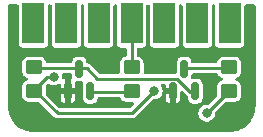
<source format=gbr>
%TF.GenerationSoftware,KiCad,Pcbnew,(6.0.11)*%
%TF.CreationDate,2023-07-03T01:03:28-07:00*%
%TF.ProjectId,sb-midi,73622d6d-6964-4692-9e6b-696361645f70,rev?*%
%TF.SameCoordinates,Original*%
%TF.FileFunction,Copper,L2,Bot*%
%TF.FilePolarity,Positive*%
%FSLAX46Y46*%
G04 Gerber Fmt 4.6, Leading zero omitted, Abs format (unit mm)*
G04 Created by KiCad (PCBNEW (6.0.11)) date 2023-07-03 01:03:28*
%MOMM*%
%LPD*%
G01*
G04 APERTURE LIST*
G04 Aperture macros list*
%AMRoundRect*
0 Rectangle with rounded corners*
0 $1 Rounding radius*
0 $2 $3 $4 $5 $6 $7 $8 $9 X,Y pos of 4 corners*
0 Add a 4 corners polygon primitive as box body*
4,1,4,$2,$3,$4,$5,$6,$7,$8,$9,$2,$3,0*
0 Add four circle primitives for the rounded corners*
1,1,$1+$1,$2,$3*
1,1,$1+$1,$4,$5*
1,1,$1+$1,$6,$7*
1,1,$1+$1,$8,$9*
0 Add four rect primitives between the rounded corners*
20,1,$1+$1,$2,$3,$4,$5,0*
20,1,$1+$1,$4,$5,$6,$7,0*
20,1,$1+$1,$6,$7,$8,$9,0*
20,1,$1+$1,$8,$9,$2,$3,0*%
G04 Aperture macros list end*
%TA.AperFunction,SMDPad,CuDef*%
%ADD10R,1.846667X3.480000*%
%TD*%
%TA.AperFunction,SMDPad,CuDef*%
%ADD11RoundRect,0.250000X-0.450000X0.350000X-0.450000X-0.350000X0.450000X-0.350000X0.450000X0.350000X0*%
%TD*%
%TA.AperFunction,SMDPad,CuDef*%
%ADD12RoundRect,0.150000X0.150000X-0.587500X0.150000X0.587500X-0.150000X0.587500X-0.150000X-0.587500X0*%
%TD*%
%TA.AperFunction,SMDPad,CuDef*%
%ADD13RoundRect,0.250000X0.450000X-0.350000X0.450000X0.350000X-0.450000X0.350000X-0.450000X-0.350000X0*%
%TD*%
%TA.AperFunction,ViaPad*%
%ADD14C,0.800000*%
%TD*%
%TA.AperFunction,Conductor*%
%ADD15C,0.250000*%
%TD*%
G04 APERTURE END LIST*
D10*
%TO.P,J1,9,P9*%
%TO.N,unconnected-(J1-Pad9)*%
X131500000Y-100330000D03*
%TO.P,J1,10,P10*%
%TO.N,unconnected-(J1-Pad10)*%
X128730000Y-100330000D03*
%TO.P,J1,11,P111*%
%TO.N,unconnected-(J1-Pad11)*%
X125960000Y-100330000D03*
%TO.P,J1,12,P12*%
%TO.N,/TX*%
X123190000Y-100330000D03*
%TO.P,J1,13,P13*%
%TO.N,unconnected-(J1-Pad13)*%
X120420000Y-100330000D03*
%TO.P,J1,14,P14*%
%TO.N,unconnected-(J1-Pad14)*%
X117650000Y-100330000D03*
%TO.P,J1,15,P15*%
%TO.N,unconnected-(J1-Pad15)*%
X114880000Y-100330000D03*
%TD*%
D11*
%TO.P,R3,1*%
%TO.N,/~{TX}*%
X114935000Y-104052500D03*
%TO.P,R3,2*%
%TO.N,+5V*%
X114935000Y-106052500D03*
%TD*%
D12*
%TO.P,Q2,1,B*%
%TO.N,/~{TX}*%
X128585000Y-106077500D03*
%TO.P,Q2,2,E*%
%TO.N,GND*%
X126685000Y-106077500D03*
%TO.P,Q2,3,C*%
%TO.N,/Out'*%
X127635000Y-104202500D03*
%TD*%
%TO.P,Q1,1,B*%
%TO.N,/TX'*%
X119695000Y-106077500D03*
%TO.P,Q1,2,E*%
%TO.N,GND*%
X117795000Y-106077500D03*
%TO.P,Q1,3,C*%
%TO.N,/~{TX}*%
X118745000Y-104202500D03*
%TD*%
D13*
%TO.P,R4,1*%
%TO.N,/Out-*%
X131445000Y-106052500D03*
%TO.P,R4,2*%
%TO.N,/Out'*%
X131445000Y-104052500D03*
%TD*%
%TO.P,R2,1*%
%TO.N,/TX'*%
X123190000Y-106052500D03*
%TO.P,R2,2*%
%TO.N,/TX*%
X123190000Y-104052500D03*
%TD*%
D14*
%TO.N,GND*%
X121285000Y-102870000D03*
X125095000Y-102870000D03*
X121285000Y-107035600D03*
X116586000Y-106172000D03*
X125095000Y-107950000D03*
X129921000Y-105054400D03*
%TO.N,+5V*%
X116586000Y-104876600D03*
X125095000Y-106045000D03*
%TO.N,/Out-*%
X129540000Y-107950000D03*
%TD*%
D15*
%TO.N,+5V*%
X123190000Y-107950000D02*
X116920000Y-107950000D01*
X116920000Y-107950000D02*
X114935000Y-105965000D01*
X116023400Y-104876600D02*
X116586000Y-104876600D01*
X114935000Y-105965000D02*
X116023400Y-104876600D01*
X125095000Y-106045000D02*
X123190000Y-107950000D01*
%TO.N,/Out-*%
X129547500Y-107950000D02*
X131445000Y-106052500D01*
X129540000Y-107950000D02*
X129547500Y-107950000D01*
%TO.N,/TX*%
X123190000Y-100330000D02*
X123190000Y-104220000D01*
%TO.N,/~{TX}*%
X119380000Y-104140000D02*
X120255000Y-105015000D01*
X128156751Y-106140000D02*
X128585000Y-106140000D01*
X114935000Y-104140000D02*
X119380000Y-104140000D01*
X127031751Y-105015000D02*
X128156751Y-106140000D01*
X120255000Y-105015000D02*
X127031751Y-105015000D01*
%TO.N,/TX'*%
X119695000Y-106140000D02*
X123095000Y-106140000D01*
X123095000Y-106140000D02*
X123190000Y-106045000D01*
%TO.N,/Out'*%
X127635000Y-104140000D02*
X131445000Y-104140000D01*
%TD*%
%TA.AperFunction,Conductor*%
%TO.N,GND*%
G36*
X113593488Y-98750302D02*
G01*
X113639981Y-98803958D01*
X113651367Y-98856300D01*
X113651367Y-102115358D01*
X113652663Y-102126252D01*
X113653352Y-102132040D01*
X113654534Y-102141978D01*
X113700703Y-102245919D01*
X113740853Y-102285998D01*
X113772962Y-102318052D01*
X113772964Y-102318053D01*
X113781195Y-102326270D01*
X113885216Y-102372258D01*
X113911309Y-102375300D01*
X115848691Y-102375300D01*
X115859585Y-102374004D01*
X115865926Y-102373250D01*
X115865929Y-102373249D01*
X115875311Y-102372133D01*
X115979252Y-102325964D01*
X116019331Y-102285814D01*
X116051385Y-102253705D01*
X116051386Y-102253703D01*
X116059603Y-102245472D01*
X116105591Y-102141451D01*
X116108633Y-102115358D01*
X116108633Y-98856300D01*
X116128635Y-98788179D01*
X116182291Y-98741686D01*
X116234633Y-98730300D01*
X116295367Y-98730300D01*
X116363488Y-98750302D01*
X116409981Y-98803958D01*
X116421367Y-98856300D01*
X116421367Y-102115358D01*
X116422663Y-102126252D01*
X116423352Y-102132040D01*
X116424534Y-102141978D01*
X116470703Y-102245919D01*
X116510853Y-102285998D01*
X116542962Y-102318052D01*
X116542964Y-102318053D01*
X116551195Y-102326270D01*
X116655216Y-102372258D01*
X116681309Y-102375300D01*
X118618691Y-102375300D01*
X118629585Y-102374004D01*
X118635926Y-102373250D01*
X118635929Y-102373249D01*
X118645311Y-102372133D01*
X118749252Y-102325964D01*
X118789331Y-102285814D01*
X118821385Y-102253705D01*
X118821386Y-102253703D01*
X118829603Y-102245472D01*
X118875591Y-102141451D01*
X118878633Y-102115358D01*
X118878633Y-98856300D01*
X118898635Y-98788179D01*
X118952291Y-98741686D01*
X119004633Y-98730300D01*
X119065367Y-98730300D01*
X119133488Y-98750302D01*
X119179981Y-98803958D01*
X119191367Y-98856300D01*
X119191367Y-102115358D01*
X119192663Y-102126252D01*
X119193352Y-102132040D01*
X119194534Y-102141978D01*
X119240703Y-102245919D01*
X119280853Y-102285998D01*
X119312962Y-102318052D01*
X119312964Y-102318053D01*
X119321195Y-102326270D01*
X119425216Y-102372258D01*
X119451309Y-102375300D01*
X121388691Y-102375300D01*
X121399585Y-102374004D01*
X121405926Y-102373250D01*
X121405929Y-102373249D01*
X121415311Y-102372133D01*
X121519252Y-102325964D01*
X121559331Y-102285814D01*
X121591385Y-102253705D01*
X121591386Y-102253703D01*
X121599603Y-102245472D01*
X121645591Y-102141451D01*
X121648633Y-102115358D01*
X121648633Y-98856300D01*
X121668635Y-98788179D01*
X121722291Y-98741686D01*
X121774633Y-98730300D01*
X121835367Y-98730300D01*
X121903488Y-98750302D01*
X121949981Y-98803958D01*
X121961367Y-98856300D01*
X121961367Y-102115358D01*
X121962663Y-102126252D01*
X121963352Y-102132040D01*
X121964534Y-102141978D01*
X122010703Y-102245919D01*
X122050853Y-102285998D01*
X122082962Y-102318052D01*
X122082964Y-102318053D01*
X122091195Y-102326270D01*
X122195216Y-102372258D01*
X122221309Y-102375300D01*
X122633700Y-102375300D01*
X122701821Y-102395302D01*
X122748314Y-102448958D01*
X122759700Y-102501300D01*
X122759700Y-103027924D01*
X122739698Y-103096045D01*
X122686042Y-103142538D01*
X122648839Y-103153011D01*
X122606297Y-103158159D01*
X122598769Y-103161139D01*
X122598767Y-103161140D01*
X122525936Y-103189976D01*
X122464838Y-103214166D01*
X122343652Y-103306152D01*
X122251666Y-103427338D01*
X122248502Y-103435330D01*
X122200074Y-103557647D01*
X122195659Y-103568797D01*
X122184700Y-103659356D01*
X122184700Y-104445644D01*
X122185156Y-104449409D01*
X122185259Y-104451119D01*
X122169392Y-104520319D01*
X122118631Y-104569957D01*
X122059487Y-104584700D01*
X120485426Y-104584700D01*
X120417305Y-104564698D01*
X120396331Y-104547795D01*
X119707617Y-103859081D01*
X119697762Y-103847992D01*
X119683719Y-103830179D01*
X119677888Y-103822782D01*
X119631803Y-103790930D01*
X119628630Y-103788662D01*
X119591203Y-103761018D01*
X119583624Y-103755420D01*
X119577117Y-103753135D01*
X119571444Y-103749214D01*
X119518100Y-103732344D01*
X119514343Y-103731090D01*
X119470433Y-103715670D01*
X119470429Y-103715669D01*
X119461541Y-103712548D01*
X119454648Y-103712277D01*
X119449862Y-103710764D01*
X119448051Y-103710190D01*
X119448189Y-103709754D01*
X119389164Y-103679173D01*
X119353791Y-103617616D01*
X119350299Y-103588159D01*
X119350299Y-103560596D01*
X119347287Y-103528722D01*
X119301924Y-103399545D01*
X119296332Y-103391975D01*
X119296331Y-103391972D01*
X119226174Y-103296989D01*
X119220582Y-103289418D01*
X119125738Y-103219364D01*
X119118028Y-103213669D01*
X119118025Y-103213668D01*
X119110455Y-103208076D01*
X118981278Y-103162713D01*
X118973632Y-103161990D01*
X118973631Y-103161990D01*
X118967909Y-103161449D01*
X118949405Y-103159700D01*
X118745104Y-103159700D01*
X118540596Y-103159701D01*
X118537646Y-103159980D01*
X118537641Y-103159980D01*
X118527054Y-103160981D01*
X118508722Y-103162713D01*
X118501481Y-103165256D01*
X118501480Y-103165256D01*
X118470059Y-103176290D01*
X118379545Y-103208076D01*
X118371975Y-103213668D01*
X118371972Y-103213669D01*
X118364262Y-103219364D01*
X118269418Y-103289418D01*
X118263826Y-103296989D01*
X118193669Y-103391972D01*
X118193668Y-103391975D01*
X118188076Y-103399545D01*
X118142713Y-103528722D01*
X118139700Y-103560595D01*
X118139700Y-103583700D01*
X118119698Y-103651821D01*
X118066042Y-103698314D01*
X118013700Y-103709700D01*
X116058063Y-103709700D01*
X115989942Y-103689698D01*
X115943449Y-103636042D01*
X115932977Y-103598843D01*
X115929341Y-103568797D01*
X115924927Y-103557647D01*
X115876498Y-103435330D01*
X115873334Y-103427338D01*
X115781348Y-103306152D01*
X115660162Y-103214166D01*
X115599064Y-103189976D01*
X115526233Y-103161140D01*
X115526231Y-103161139D01*
X115518703Y-103158159D01*
X115428144Y-103147200D01*
X114441856Y-103147200D01*
X114351297Y-103158159D01*
X114343769Y-103161139D01*
X114343767Y-103161140D01*
X114270936Y-103189976D01*
X114209838Y-103214166D01*
X114088652Y-103306152D01*
X113996666Y-103427338D01*
X113993502Y-103435330D01*
X113945074Y-103557647D01*
X113940659Y-103568797D01*
X113929700Y-103659356D01*
X113929700Y-104445644D01*
X113940659Y-104536203D01*
X113943639Y-104543731D01*
X113943640Y-104543733D01*
X113951941Y-104564698D01*
X113996666Y-104677662D01*
X114088652Y-104798848D01*
X114209838Y-104890834D01*
X114322269Y-104935348D01*
X114378243Y-104979022D01*
X114401720Y-105046025D01*
X114385245Y-105115084D01*
X114334049Y-105164272D01*
X114322271Y-105169651D01*
X114209838Y-105214166D01*
X114088652Y-105306152D01*
X113996666Y-105427338D01*
X113940659Y-105568797D01*
X113929700Y-105659356D01*
X113929700Y-106445644D01*
X113940659Y-106536203D01*
X113996666Y-106677662D01*
X114001864Y-106684510D01*
X114057974Y-106758431D01*
X114088652Y-106798848D01*
X114209838Y-106890834D01*
X114270936Y-106915024D01*
X114343767Y-106943860D01*
X114343769Y-106943861D01*
X114351297Y-106946841D01*
X114441856Y-106957800D01*
X115267074Y-106957800D01*
X115335195Y-106977802D01*
X115356169Y-106994705D01*
X116592383Y-108230919D01*
X116602238Y-108242008D01*
X116622112Y-108267218D01*
X116668197Y-108299070D01*
X116671365Y-108301334D01*
X116716376Y-108334580D01*
X116722883Y-108336865D01*
X116728556Y-108340786D01*
X116746830Y-108346565D01*
X116781900Y-108357656D01*
X116785657Y-108358910D01*
X116829567Y-108374330D01*
X116829571Y-108374331D01*
X116838459Y-108377452D01*
X116845352Y-108377723D01*
X116851926Y-108379802D01*
X116858253Y-108380300D01*
X116908467Y-108380300D01*
X116913414Y-108380397D01*
X116967752Y-108382532D01*
X116974605Y-108380715D01*
X116982145Y-108380300D01*
X123156982Y-108380300D01*
X123171790Y-108381173D01*
X123203668Y-108384946D01*
X123212932Y-108383254D01*
X123212933Y-108383254D01*
X123258733Y-108374889D01*
X123262639Y-108374239D01*
X123308644Y-108367323D01*
X123308645Y-108367323D01*
X123317955Y-108365923D01*
X123324171Y-108362938D01*
X123330956Y-108361699D01*
X123380622Y-108335899D01*
X123384162Y-108334130D01*
X123426104Y-108313990D01*
X123426105Y-108313989D01*
X123434596Y-108309912D01*
X123439662Y-108305229D01*
X123445780Y-108302051D01*
X123450606Y-108297930D01*
X123486108Y-108262428D01*
X123489675Y-108258998D01*
X123492676Y-108256224D01*
X123529612Y-108222081D01*
X123533175Y-108215948D01*
X123538213Y-108210323D01*
X124961886Y-106786650D01*
X125024198Y-106752624D01*
X125052960Y-106749761D01*
X125055298Y-106749798D01*
X125161666Y-106751469D01*
X125161669Y-106751469D01*
X125169265Y-106751588D01*
X125176669Y-106749892D01*
X125176671Y-106749892D01*
X125238992Y-106735619D01*
X125322996Y-106716379D01*
X126080200Y-106716379D01*
X126080479Y-106722290D01*
X126082487Y-106743537D01*
X126085755Y-106758431D01*
X126125403Y-106871333D01*
X126134117Y-106887792D01*
X126204183Y-106982654D01*
X126217346Y-106995817D01*
X126312209Y-107065883D01*
X126328665Y-107074596D01*
X126413908Y-107104532D01*
X126427990Y-107105266D01*
X126431000Y-107099492D01*
X126431000Y-106349615D01*
X126426525Y-106334376D01*
X126425135Y-106333171D01*
X126417452Y-106331500D01*
X126098315Y-106331500D01*
X126083076Y-106335975D01*
X126081871Y-106337365D01*
X126080200Y-106345048D01*
X126080200Y-106716379D01*
X125322996Y-106716379D01*
X125335667Y-106713477D01*
X125488174Y-106636774D01*
X125493945Y-106631845D01*
X125493948Y-106631843D01*
X125612210Y-106530837D01*
X125612211Y-106530836D01*
X125617982Y-106525907D01*
X125717598Y-106387276D01*
X125740020Y-106331500D01*
X125778436Y-106235939D01*
X125778437Y-106235937D01*
X125781271Y-106228886D01*
X125794486Y-106136033D01*
X125804743Y-106063962D01*
X125804743Y-106063961D01*
X125805324Y-106059879D01*
X125805480Y-106045000D01*
X125784971Y-105875527D01*
X125756278Y-105799592D01*
X125727315Y-105722942D01*
X125727314Y-105722940D01*
X125724630Y-105715837D01*
X125683224Y-105655591D01*
X125674342Y-105642667D01*
X125652242Y-105575197D01*
X125670128Y-105506491D01*
X125722320Y-105458360D01*
X125778182Y-105445300D01*
X125954200Y-105445300D01*
X126022321Y-105465302D01*
X126068814Y-105518958D01*
X126080200Y-105571300D01*
X126080200Y-105805385D01*
X126084675Y-105820624D01*
X126086065Y-105821829D01*
X126093748Y-105823500D01*
X126813000Y-105823500D01*
X126881121Y-105843502D01*
X126927614Y-105897158D01*
X126939000Y-105949500D01*
X126939000Y-107092419D01*
X126942973Y-107105950D01*
X126949416Y-107106876D01*
X127041335Y-107074596D01*
X127057791Y-107065883D01*
X127152654Y-106995817D01*
X127165817Y-106982654D01*
X127235883Y-106887792D01*
X127244597Y-106871333D01*
X127284245Y-106758431D01*
X127287513Y-106743537D01*
X127289521Y-106722290D01*
X127289800Y-106716379D01*
X127289800Y-106185775D01*
X127309802Y-106117654D01*
X127363458Y-106071161D01*
X127433732Y-106061057D01*
X127498312Y-106090551D01*
X127504895Y-106096680D01*
X127829134Y-106420919D01*
X127838989Y-106432008D01*
X127858863Y-106457218D01*
X127904948Y-106489070D01*
X127908098Y-106491321D01*
X127928562Y-106506436D01*
X127971472Y-106562998D01*
X127979701Y-106607786D01*
X127979701Y-106719404D01*
X127982713Y-106751278D01*
X128028076Y-106880455D01*
X128033668Y-106888025D01*
X128033669Y-106888028D01*
X128087331Y-106960679D01*
X128109418Y-106990582D01*
X128116989Y-106996174D01*
X128211972Y-107066331D01*
X128211975Y-107066332D01*
X128219545Y-107071924D01*
X128348722Y-107117287D01*
X128356368Y-107118010D01*
X128356369Y-107118010D01*
X128362091Y-107118551D01*
X128380595Y-107120300D01*
X128584896Y-107120300D01*
X128789404Y-107120299D01*
X128792354Y-107120020D01*
X128792359Y-107120020D01*
X128802946Y-107119019D01*
X128821278Y-107117287D01*
X128828526Y-107114742D01*
X128865573Y-107101732D01*
X128950455Y-107071924D01*
X128958025Y-107066332D01*
X128958028Y-107066331D01*
X129053011Y-106996174D01*
X129060582Y-106990582D01*
X129082669Y-106960679D01*
X129136331Y-106888028D01*
X129136332Y-106888025D01*
X129141924Y-106880455D01*
X129187287Y-106751278D01*
X129190300Y-106719405D01*
X129190299Y-105435596D01*
X129187287Y-105403722D01*
X129141924Y-105274545D01*
X129136332Y-105266975D01*
X129136331Y-105266972D01*
X129066174Y-105171989D01*
X129060582Y-105164418D01*
X129008539Y-105125978D01*
X128958028Y-105088669D01*
X128958025Y-105088668D01*
X128950455Y-105083076D01*
X128821278Y-105037713D01*
X128813632Y-105036990D01*
X128813631Y-105036990D01*
X128807909Y-105036449D01*
X128789405Y-105034700D01*
X128585104Y-105034700D01*
X128380596Y-105034701D01*
X128369724Y-105035728D01*
X128300026Y-105022227D01*
X128248689Y-104973185D01*
X128232016Y-104904174D01*
X128234776Y-104883428D01*
X128237287Y-104876278D01*
X128240300Y-104844405D01*
X128240300Y-104696300D01*
X128260302Y-104628179D01*
X128313958Y-104581686D01*
X128366300Y-104570300D01*
X130378529Y-104570300D01*
X130446650Y-104590302D01*
X130495681Y-104649915D01*
X130506666Y-104677662D01*
X130598652Y-104798848D01*
X130719838Y-104890834D01*
X130832269Y-104935348D01*
X130888243Y-104979022D01*
X130911720Y-105046025D01*
X130895245Y-105115084D01*
X130844049Y-105164272D01*
X130832271Y-105169651D01*
X130719838Y-105214166D01*
X130598652Y-105306152D01*
X130506666Y-105427338D01*
X130450659Y-105568797D01*
X130439700Y-105659356D01*
X130439700Y-106397074D01*
X130419698Y-106465195D01*
X130402795Y-106486169D01*
X129680943Y-107208021D01*
X129618631Y-107242047D01*
X129591189Y-107244924D01*
X129458339Y-107244229D01*
X129450960Y-107246001D01*
X129450956Y-107246001D01*
X129299726Y-107282308D01*
X129299722Y-107282309D01*
X129292347Y-107284080D01*
X129140651Y-107362376D01*
X129012010Y-107474596D01*
X128913852Y-107614262D01*
X128911093Y-107621337D01*
X128911092Y-107621340D01*
X128906128Y-107634074D01*
X128851841Y-107773311D01*
X128850849Y-107780844D01*
X128850849Y-107780845D01*
X128831657Y-107926627D01*
X128829559Y-107942560D01*
X128830393Y-107950110D01*
X128846959Y-108100162D01*
X128848292Y-108112239D01*
X128850901Y-108119370D01*
X128850902Y-108119372D01*
X128891723Y-108230919D01*
X128906958Y-108272551D01*
X129002170Y-108414242D01*
X129007782Y-108419349D01*
X129007785Y-108419352D01*
X129122811Y-108524018D01*
X129122815Y-108524021D01*
X129128432Y-108529132D01*
X129135109Y-108532757D01*
X129135110Y-108532758D01*
X129158000Y-108545186D01*
X129278455Y-108610588D01*
X129443577Y-108653907D01*
X129530592Y-108655274D01*
X129606666Y-108656469D01*
X129606669Y-108656469D01*
X129614265Y-108656588D01*
X129621669Y-108654892D01*
X129621671Y-108654892D01*
X129683992Y-108640619D01*
X129780667Y-108618477D01*
X129933174Y-108541774D01*
X129938945Y-108536845D01*
X129938948Y-108536843D01*
X130057210Y-108435837D01*
X130057211Y-108435836D01*
X130062982Y-108430907D01*
X130162598Y-108292276D01*
X130167993Y-108278855D01*
X130223436Y-108140939D01*
X130223437Y-108140937D01*
X130226271Y-108133886D01*
X130250324Y-107964879D01*
X130250480Y-107950000D01*
X130247651Y-107926625D01*
X130259323Y-107856596D01*
X130283643Y-107822393D01*
X131111331Y-106994705D01*
X131173643Y-106960679D01*
X131200426Y-106957800D01*
X131938144Y-106957800D01*
X132028703Y-106946841D01*
X132036231Y-106943861D01*
X132036233Y-106943860D01*
X132109064Y-106915024D01*
X132170162Y-106890834D01*
X132291348Y-106798848D01*
X132322027Y-106758431D01*
X132378136Y-106684510D01*
X132383334Y-106677662D01*
X132439341Y-106536203D01*
X132450300Y-106445644D01*
X132450300Y-105659356D01*
X132439341Y-105568797D01*
X132383334Y-105427338D01*
X132291348Y-105306152D01*
X132170162Y-105214166D01*
X132057731Y-105169652D01*
X132001757Y-105125978D01*
X131978280Y-105058975D01*
X131994755Y-104989916D01*
X132045951Y-104940728D01*
X132057731Y-104935348D01*
X132170162Y-104890834D01*
X132291348Y-104798848D01*
X132383334Y-104677662D01*
X132428059Y-104564698D01*
X132436360Y-104543733D01*
X132436361Y-104543731D01*
X132439341Y-104536203D01*
X132450300Y-104445644D01*
X132450300Y-103659356D01*
X132439341Y-103568797D01*
X132434927Y-103557647D01*
X132386498Y-103435330D01*
X132383334Y-103427338D01*
X132291348Y-103306152D01*
X132170162Y-103214166D01*
X132109064Y-103189976D01*
X132036233Y-103161140D01*
X132036231Y-103161139D01*
X132028703Y-103158159D01*
X131938144Y-103147200D01*
X130951856Y-103147200D01*
X130861297Y-103158159D01*
X130853769Y-103161139D01*
X130853767Y-103161140D01*
X130780936Y-103189976D01*
X130719838Y-103214166D01*
X130598652Y-103306152D01*
X130506666Y-103427338D01*
X130503502Y-103435330D01*
X130455074Y-103557647D01*
X130450659Y-103568797D01*
X130447023Y-103598840D01*
X130418984Y-103664061D01*
X130360132Y-103703771D01*
X130321937Y-103709700D01*
X128366299Y-103709700D01*
X128298178Y-103689698D01*
X128251685Y-103636042D01*
X128240299Y-103583700D01*
X128240299Y-103560596D01*
X128237287Y-103528722D01*
X128191924Y-103399545D01*
X128186332Y-103391975D01*
X128186331Y-103391972D01*
X128116174Y-103296989D01*
X128110582Y-103289418D01*
X128015738Y-103219364D01*
X128008028Y-103213669D01*
X128008025Y-103213668D01*
X128000455Y-103208076D01*
X127871278Y-103162713D01*
X127863632Y-103161990D01*
X127863631Y-103161990D01*
X127857909Y-103161449D01*
X127839405Y-103159700D01*
X127635104Y-103159700D01*
X127430596Y-103159701D01*
X127427646Y-103159980D01*
X127427641Y-103159980D01*
X127417054Y-103160981D01*
X127398722Y-103162713D01*
X127391481Y-103165256D01*
X127391480Y-103165256D01*
X127360059Y-103176290D01*
X127269545Y-103208076D01*
X127261975Y-103213668D01*
X127261972Y-103213669D01*
X127254262Y-103219364D01*
X127159418Y-103289418D01*
X127153826Y-103296989D01*
X127083669Y-103391972D01*
X127083668Y-103391975D01*
X127078076Y-103399545D01*
X127032713Y-103528722D01*
X127029700Y-103560595D01*
X127029700Y-103563558D01*
X127029701Y-104458700D01*
X127009699Y-104526821D01*
X126956043Y-104573314D01*
X126903701Y-104584700D01*
X124320513Y-104584700D01*
X124252392Y-104564698D01*
X124205899Y-104511042D01*
X124194741Y-104451119D01*
X124194844Y-104449409D01*
X124195300Y-104445644D01*
X124195300Y-103659356D01*
X124184341Y-103568797D01*
X124179927Y-103557647D01*
X124131498Y-103435330D01*
X124128334Y-103427338D01*
X124036348Y-103306152D01*
X123915162Y-103214166D01*
X123854064Y-103189976D01*
X123781233Y-103161140D01*
X123781231Y-103161139D01*
X123773703Y-103158159D01*
X123731162Y-103153011D01*
X123665938Y-103124970D01*
X123626228Y-103066118D01*
X123620300Y-103027924D01*
X123620300Y-102501300D01*
X123640302Y-102433179D01*
X123693958Y-102386686D01*
X123746300Y-102375300D01*
X124158691Y-102375300D01*
X124169585Y-102374004D01*
X124175926Y-102373250D01*
X124175929Y-102373249D01*
X124185311Y-102372133D01*
X124289252Y-102325964D01*
X124329331Y-102285814D01*
X124361385Y-102253705D01*
X124361386Y-102253703D01*
X124369603Y-102245472D01*
X124415591Y-102141451D01*
X124418633Y-102115358D01*
X124418633Y-98856300D01*
X124438635Y-98788179D01*
X124492291Y-98741686D01*
X124544633Y-98730300D01*
X124605367Y-98730300D01*
X124673488Y-98750302D01*
X124719981Y-98803958D01*
X124731367Y-98856300D01*
X124731367Y-102115358D01*
X124732663Y-102126252D01*
X124733352Y-102132040D01*
X124734534Y-102141978D01*
X124780703Y-102245919D01*
X124820853Y-102285998D01*
X124852962Y-102318052D01*
X124852964Y-102318053D01*
X124861195Y-102326270D01*
X124965216Y-102372258D01*
X124991309Y-102375300D01*
X126928691Y-102375300D01*
X126939585Y-102374004D01*
X126945926Y-102373250D01*
X126945929Y-102373249D01*
X126955311Y-102372133D01*
X127059252Y-102325964D01*
X127099331Y-102285814D01*
X127131385Y-102253705D01*
X127131386Y-102253703D01*
X127139603Y-102245472D01*
X127185591Y-102141451D01*
X127188633Y-102115358D01*
X127188633Y-98856300D01*
X127208635Y-98788179D01*
X127262291Y-98741686D01*
X127314633Y-98730300D01*
X127375367Y-98730300D01*
X127443488Y-98750302D01*
X127489981Y-98803958D01*
X127501367Y-98856300D01*
X127501367Y-102115358D01*
X127502663Y-102126252D01*
X127503352Y-102132040D01*
X127504534Y-102141978D01*
X127550703Y-102245919D01*
X127590853Y-102285998D01*
X127622962Y-102318052D01*
X127622964Y-102318053D01*
X127631195Y-102326270D01*
X127735216Y-102372258D01*
X127761309Y-102375300D01*
X129698691Y-102375300D01*
X129709585Y-102374004D01*
X129715926Y-102373250D01*
X129715929Y-102373249D01*
X129725311Y-102372133D01*
X129829252Y-102325964D01*
X129869331Y-102285814D01*
X129901385Y-102253705D01*
X129901386Y-102253703D01*
X129909603Y-102245472D01*
X129955591Y-102141451D01*
X129958633Y-102115358D01*
X129958633Y-98856300D01*
X129978635Y-98788179D01*
X130032291Y-98741686D01*
X130084633Y-98730300D01*
X130145367Y-98730300D01*
X130213488Y-98750302D01*
X130259981Y-98803958D01*
X130271367Y-98856300D01*
X130271367Y-102115358D01*
X130272663Y-102126252D01*
X130273352Y-102132040D01*
X130274534Y-102141978D01*
X130320703Y-102245919D01*
X130360853Y-102285998D01*
X130392962Y-102318052D01*
X130392964Y-102318053D01*
X130401195Y-102326270D01*
X130505216Y-102372258D01*
X130531309Y-102375300D01*
X132468691Y-102375300D01*
X132479585Y-102374004D01*
X132485926Y-102373250D01*
X132485929Y-102373249D01*
X132495311Y-102372133D01*
X132599252Y-102325964D01*
X132639331Y-102285814D01*
X132671385Y-102253705D01*
X132671386Y-102253703D01*
X132679603Y-102245472D01*
X132725591Y-102141451D01*
X132728633Y-102115358D01*
X132728633Y-98856300D01*
X132748635Y-98788179D01*
X132802291Y-98741686D01*
X132854633Y-98730300D01*
X133553700Y-98730300D01*
X133621821Y-98750302D01*
X133668314Y-98803958D01*
X133679700Y-98856300D01*
X133679700Y-107277264D01*
X133677786Y-107299142D01*
X133674990Y-107315000D01*
X133676904Y-107325855D01*
X133676904Y-107336880D01*
X133676865Y-107336880D01*
X133677599Y-107349734D01*
X133663867Y-107576755D01*
X133662033Y-107591859D01*
X133616138Y-107842301D01*
X133612497Y-107857074D01*
X133585859Y-107942560D01*
X133536748Y-108100162D01*
X133531354Y-108114385D01*
X133430956Y-108337460D01*
X133426858Y-108346565D01*
X133419788Y-108360037D01*
X133304059Y-108551475D01*
X133288066Y-108577930D01*
X133279424Y-108590451D01*
X133260140Y-108615065D01*
X133122393Y-108790886D01*
X133112303Y-108802274D01*
X132932274Y-108982303D01*
X132920886Y-108992393D01*
X132720452Y-109149423D01*
X132707930Y-109158066D01*
X132490038Y-109289787D01*
X132476567Y-109296857D01*
X132244385Y-109401354D01*
X132230167Y-109406746D01*
X131998720Y-109478868D01*
X131987074Y-109482497D01*
X131972301Y-109486138D01*
X131721859Y-109532033D01*
X131706755Y-109533867D01*
X131479734Y-109547599D01*
X131466880Y-109546865D01*
X131466880Y-109546904D01*
X131455855Y-109546904D01*
X131445000Y-109544990D01*
X131429142Y-109547786D01*
X131407264Y-109549700D01*
X114972736Y-109549700D01*
X114950858Y-109547786D01*
X114935000Y-109544990D01*
X114924145Y-109546904D01*
X114913120Y-109546904D01*
X114913120Y-109546865D01*
X114900266Y-109547599D01*
X114673245Y-109533867D01*
X114658141Y-109532033D01*
X114407699Y-109486138D01*
X114392926Y-109482497D01*
X114381280Y-109478868D01*
X114149833Y-109406746D01*
X114135615Y-109401354D01*
X113903433Y-109296857D01*
X113889962Y-109289787D01*
X113672070Y-109158066D01*
X113659548Y-109149423D01*
X113459114Y-108992393D01*
X113447726Y-108982303D01*
X113267697Y-108802274D01*
X113257607Y-108790886D01*
X113119860Y-108615065D01*
X113100576Y-108590451D01*
X113091934Y-108577930D01*
X113075941Y-108551475D01*
X112960212Y-108360037D01*
X112953142Y-108346565D01*
X112949044Y-108337460D01*
X112848646Y-108114385D01*
X112843252Y-108100162D01*
X112794142Y-107942560D01*
X112767503Y-107857074D01*
X112763862Y-107842301D01*
X112717967Y-107591859D01*
X112716133Y-107576755D01*
X112702401Y-107349734D01*
X112703135Y-107336880D01*
X112703096Y-107336880D01*
X112703096Y-107325855D01*
X112705010Y-107315000D01*
X112702214Y-107299142D01*
X112700300Y-107277264D01*
X112700300Y-98856300D01*
X112720302Y-98788179D01*
X112773958Y-98741686D01*
X112826300Y-98730300D01*
X113525367Y-98730300D01*
X113593488Y-98750302D01*
G37*
%TD.AperFunction*%
%TA.AperFunction,Conductor*%
G36*
X118081822Y-104590302D02*
G01*
X118128315Y-104643958D01*
X118139701Y-104696300D01*
X118139701Y-104844404D01*
X118142713Y-104876278D01*
X118145256Y-104883520D01*
X118146903Y-104891027D01*
X118144745Y-104891500D01*
X118147867Y-104951318D01*
X118112648Y-105012964D01*
X118081240Y-105029337D01*
X118082355Y-105031288D01*
X118052833Y-105048155D01*
X118049000Y-105055508D01*
X118049000Y-105805385D01*
X118053475Y-105820624D01*
X118054865Y-105821829D01*
X118062548Y-105823500D01*
X118381685Y-105823500D01*
X118396924Y-105819025D01*
X118398129Y-105817635D01*
X118399800Y-105809952D01*
X118399800Y-105438621D01*
X118399521Y-105432710D01*
X118397512Y-105411458D01*
X118394267Y-105396665D01*
X118399207Y-105325840D01*
X118441653Y-105268929D01*
X118508129Y-105244001D01*
X118529194Y-105244223D01*
X118537637Y-105245021D01*
X118537650Y-105245022D01*
X118540595Y-105245300D01*
X118744896Y-105245300D01*
X118949404Y-105245299D01*
X118960276Y-105244272D01*
X119029974Y-105257773D01*
X119081311Y-105306815D01*
X119097984Y-105375826D01*
X119095224Y-105396572D01*
X119092713Y-105403722D01*
X119089700Y-105435595D01*
X119089701Y-106719404D01*
X119092713Y-106751278D01*
X119138076Y-106880455D01*
X119143668Y-106888025D01*
X119143669Y-106888028D01*
X119197331Y-106960679D01*
X119219418Y-106990582D01*
X119226989Y-106996174D01*
X119321972Y-107066331D01*
X119321975Y-107066332D01*
X119329545Y-107071924D01*
X119458722Y-107117287D01*
X119466368Y-107118010D01*
X119466369Y-107118010D01*
X119472091Y-107118551D01*
X119490595Y-107120300D01*
X119694896Y-107120300D01*
X119899404Y-107120299D01*
X119902354Y-107120020D01*
X119902359Y-107120020D01*
X119912946Y-107119019D01*
X119931278Y-107117287D01*
X119938526Y-107114742D01*
X119975573Y-107101732D01*
X120060455Y-107071924D01*
X120068025Y-107066332D01*
X120068028Y-107066331D01*
X120163011Y-106996174D01*
X120170582Y-106990582D01*
X120192669Y-106960679D01*
X120246331Y-106888028D01*
X120246332Y-106888025D01*
X120251924Y-106880455D01*
X120297287Y-106751278D01*
X120300300Y-106719405D01*
X120300300Y-106696300D01*
X120320302Y-106628179D01*
X120373958Y-106581686D01*
X120426300Y-106570300D01*
X122123529Y-106570300D01*
X122191650Y-106590302D01*
X122240681Y-106649915D01*
X122251666Y-106677662D01*
X122256864Y-106684510D01*
X122312974Y-106758431D01*
X122343652Y-106798848D01*
X122464838Y-106890834D01*
X122525936Y-106915024D01*
X122598767Y-106943860D01*
X122598769Y-106943861D01*
X122606297Y-106946841D01*
X122696856Y-106957800D01*
X123269474Y-106957800D01*
X123337595Y-106977802D01*
X123384088Y-107031458D01*
X123394192Y-107101732D01*
X123364698Y-107166312D01*
X123358569Y-107172895D01*
X123048669Y-107482795D01*
X122986357Y-107516821D01*
X122959574Y-107519700D01*
X117150426Y-107519700D01*
X117082305Y-107499698D01*
X117061331Y-107482795D01*
X116294915Y-106716379D01*
X117190200Y-106716379D01*
X117190479Y-106722290D01*
X117192487Y-106743537D01*
X117195755Y-106758431D01*
X117235403Y-106871333D01*
X117244117Y-106887792D01*
X117314183Y-106982654D01*
X117327346Y-106995817D01*
X117422209Y-107065883D01*
X117438665Y-107074596D01*
X117523908Y-107104532D01*
X117537990Y-107105266D01*
X117541000Y-107099492D01*
X117541000Y-107092419D01*
X118049000Y-107092419D01*
X118052973Y-107105950D01*
X118059416Y-107106876D01*
X118151335Y-107074596D01*
X118167791Y-107065883D01*
X118262654Y-106995817D01*
X118275817Y-106982654D01*
X118345883Y-106887792D01*
X118354597Y-106871333D01*
X118394245Y-106758431D01*
X118397513Y-106743537D01*
X118399521Y-106722290D01*
X118399800Y-106716379D01*
X118399800Y-106349615D01*
X118395325Y-106334376D01*
X118393935Y-106333171D01*
X118386252Y-106331500D01*
X118067115Y-106331500D01*
X118051876Y-106335975D01*
X118050671Y-106337365D01*
X118049000Y-106345048D01*
X118049000Y-107092419D01*
X117541000Y-107092419D01*
X117541000Y-106349615D01*
X117536525Y-106334376D01*
X117535135Y-106333171D01*
X117527452Y-106331500D01*
X117208315Y-106331500D01*
X117193076Y-106335975D01*
X117191871Y-106337365D01*
X117190200Y-106345048D01*
X117190200Y-106716379D01*
X116294915Y-106716379D01*
X115977205Y-106398669D01*
X115943179Y-106336357D01*
X115940300Y-106309574D01*
X115940300Y-105659356D01*
X115939845Y-105655591D01*
X115937830Y-105638948D01*
X115949502Y-105568917D01*
X115973822Y-105534714D01*
X116029073Y-105479463D01*
X116091385Y-105445437D01*
X116162200Y-105450502D01*
X116178290Y-105457827D01*
X116218139Y-105479463D01*
X116324455Y-105537188D01*
X116489577Y-105580507D01*
X116576592Y-105581874D01*
X116652666Y-105583069D01*
X116652669Y-105583069D01*
X116660265Y-105583188D01*
X116667669Y-105581492D01*
X116667671Y-105581492D01*
X116755977Y-105561267D01*
X116826667Y-105545077D01*
X116979174Y-105468374D01*
X116984948Y-105463443D01*
X116991278Y-105459237D01*
X116992516Y-105461100D01*
X117047154Y-105436614D01*
X117117355Y-105447217D01*
X117170679Y-105494090D01*
X117190200Y-105561456D01*
X117190200Y-105805385D01*
X117194675Y-105820624D01*
X117196065Y-105821829D01*
X117203748Y-105823500D01*
X117522885Y-105823500D01*
X117538124Y-105819025D01*
X117539329Y-105817635D01*
X117541000Y-105809952D01*
X117541000Y-105062581D01*
X117537027Y-105049050D01*
X117530584Y-105048124D01*
X117456253Y-105074227D01*
X117385352Y-105077925D01*
X117323708Y-105042705D01*
X117290890Y-104979749D01*
X117289761Y-104937593D01*
X117296324Y-104891479D01*
X117296480Y-104876600D01*
X117295516Y-104868635D01*
X117276493Y-104711437D01*
X117288166Y-104641407D01*
X117335847Y-104588805D01*
X117401580Y-104570300D01*
X118013701Y-104570300D01*
X118081822Y-104590302D01*
G37*
%TD.AperFunction*%
%TD*%
M02*

</source>
